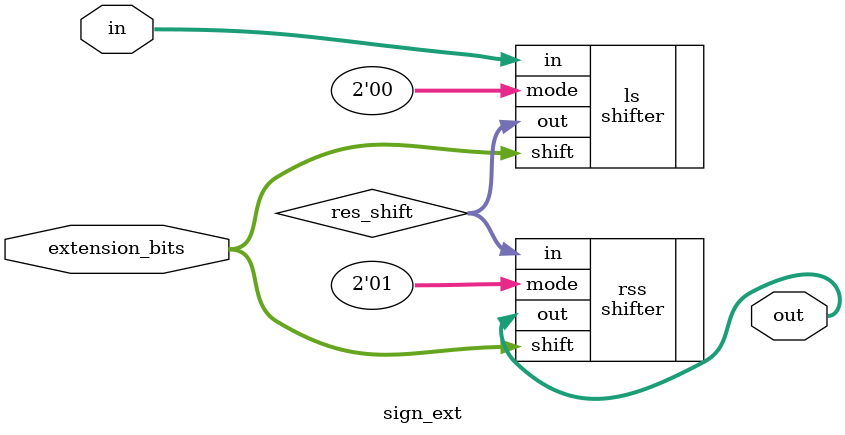
<source format=v>
module sign_ext(in, out, extension_bits);
    input   [15:0]  in;
    input   [3:0]   extension_bits;

    output  [15:0]  out;

    wire    [15:0]  res_shift;

    shifter ls  (.in(in), .out(res_shift), .shift(extension_bits), .mode(2'b00));
    shifter rss (.in(res_shift), .out(out), .shift(extension_bits), .mode(2'b01));
endmodule

</source>
